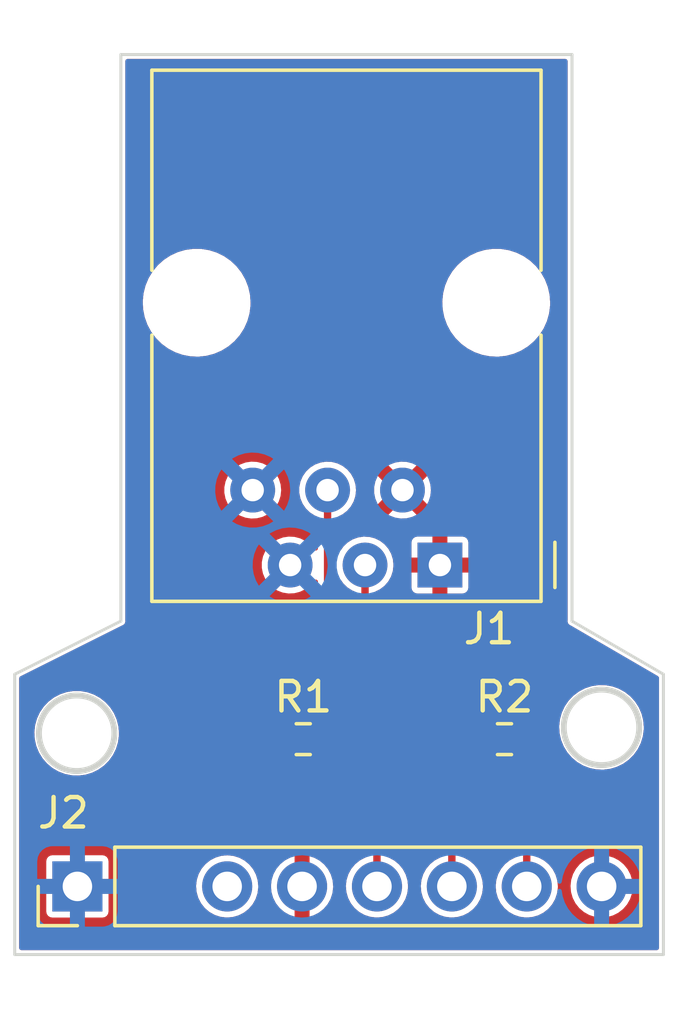
<source format=kicad_pcb>
(kicad_pcb (version 20210424) (generator pcbnew)
  (layers (0 "F.Cu" signal) (31 "B.Cu" signal) (34 "B.Paste" user) (35 "F.Paste" user) (36 "B.SilkS" user "B.Silkscreen") (37 "F.SilkS" user "F.Silkscreen") (38 "B.Mask" user) (39 "F.Mask" user) (44 "Edge.Cuts" user))
  (net 0 "")
  (net 1 "GND")
  (net 2 "/KEYB_TX")
  (net 3 "/KEYB_RX")
  (net 4 "VCC")
  (net 5 "/~BD0SEL")
  (net 6 "/~RESET")
  (footprint "Resistor_SMD:R_0603_1608Metric" (layer "F.Cu") (at 148.86 96.45)
    (fp_text reference "R2" (at 0 -1.43) (layer "F.SilkS"))
    (fp_text value "10k")
    (fp_line (start -0.237258 0.5225) (end 0.237258 0.5225) (layer "F.SilkS") (width 0.12))
    (fp_line (start -0.237258 -0.5225) (end 0.237258 -0.5225) (layer "F.SilkS") (width 0.12))
    (pad "1" smd roundrect locked (at -0.825 0) (size 0.8 0.95) (layers "F.Cu" "F.Paste" "F.Mask") (net 4 "VCC"))
    (pad "2" smd roundrect locked (at 0.825 0) (size 0.8 0.95) (layers "F.Cu" "F.Paste" "F.Mask") (net 6 "/~RESET"))
  )
  (footprint "Resistor_SMD:R_0603_1608Metric" (layer "F.Cu") (at 142.035 96.45 180)
    (fp_text reference "R1" (at 0 1.43) (layer "F.SilkS"))
    (fp_text value "10k")
    (fp_line (start -0.237258 0.5225) (end 0.237258 0.5225) (layer "F.SilkS") (width 0.12))
    (fp_line (start -0.237258 -0.5225) (end 0.237258 -0.5225) (layer "F.SilkS") (width 0.12))
    (pad "1" smd roundrect locked (at -0.825 0 180) (size 0.8 0.95) (layers "F.Cu" "F.Paste" "F.Mask") (net 2 "/KEYB_TX"))
    (pad "2" smd roundrect locked (at 0.825 0 180) (size 0.8 0.95) (layers "F.Cu" "F.Paste" "F.Mask") (net 4 "VCC"))
  )
  (footprint "Connector_RJ:RJ12_Amphenol_54601" (layer "F.Cu") (at 146.67 90.55 180)
    (fp_text reference "J1" (at -1.67 -2.16) (layer "F.SilkS"))
    (fp_text value "6P6C")
    (fp_line (start 9.77 16.77) (end -3.43 16.77) (layer "F.SilkS") (width 0.12))
    (fp_line (start 9.77 16.76) (end 9.77 16.77) (layer "F.SilkS") (width 0.1))
    (fp_line (start -3.43 7.79) (end -3.43 -1.23) (layer "F.SilkS") (width 0.12))
    (fp_line (start -3.43 7.72) (end -3.43 7.79) (layer "F.SilkS") (width 0.1))
    (fp_line (start 9.77 -1.23) (end 9.77 7.79) (layer "F.SilkS") (width 0.12))
    (fp_line (start 9.77 16.65) (end 9.77 16.77) (layer "F.SilkS") (width 0.1))
    (fp_line (start -3.43 -1.23) (end 9.77 -1.23) (layer "F.SilkS") (width 0.12))
    (fp_line (start -3.9 0.77) (end -3.9 -0.76) (layer "F.SilkS") (width 0.12))
    (fp_line (start 9.77 16.77) (end 9.77 9.99) (layer "F.SilkS") (width 0.12))
    (fp_line (start -3.43 16.77) (end -3.43 9.99) (layer "F.SilkS") (width 0.12))
    (pad "" np_thru_hole circle locked (at 8.25 8.89 180) (size 3.25 3.25) (drill 3.25) (layers *.Cu *.Mask))
    (pad "" np_thru_hole circle locked (at -1.91 8.89 180) (size 3.25 3.25) (drill 3.25) (layers *.Cu *.Mask))
    (pad "1" thru_hole rect locked (at 0 0 180) (size 1.52 1.52) (drill 0.76) (layers *.Cu *.Mask) (net 4 "VCC"))
    (pad "2" thru_hole circle locked (at 1.27 2.54 180) (size 1.52 1.52) (drill 0.76) (layers *.Cu *.Mask) (net 4 "VCC"))
    (pad "3" thru_hole circle locked (at 2.54 0 180) (size 1.52 1.52) (drill 0.76) (layers *.Cu *.Mask) (net 3 "/KEYB_RX"))
    (pad "4" thru_hole circle locked (at 3.81 2.54 180) (size 1.52 1.52) (drill 0.76) (layers *.Cu *.Mask) (net 2 "/KEYB_TX"))
    (pad "5" thru_hole circle locked (at 5.08 0 180) (size 1.52 1.52) (drill 0.76) (layers *.Cu *.Mask) (net 1 "GND"))
    (pad "6" thru_hole circle locked (at 6.35 2.54 180) (size 1.52 1.52) (drill 0.76) (layers *.Cu *.Mask) (net 1 "GND"))
  )
  (footprint "Connector_PinHeader_2.54mm:PinHeader_1x08_P2.54mm_Vertical" (layer "F.Cu") (at 134.375 101.44 90)
    (fp_text reference "J2" (at 2.485 -0.475) (layer "F.SilkS"))
    (fp_text value "Conn_01x08")
    (fp_line (start -1.33 -1.33) (end 0 -1.33) (layer "F.SilkS") (width 0.12))
    (fp_line (start -1.33 0) (end -1.33 -1.33) (layer "F.SilkS") (width 0.12))
    (fp_line (start -1.33 19.11) (end 1.33 19.11) (layer "F.SilkS") (width 0.12))
    (fp_line (start -1.33 1.27) (end 1.33 1.27) (layer "F.SilkS") (width 0.12))
    (fp_line (start 1.33 1.27) (end 1.33 19.11) (layer "F.SilkS") (width 0.12))
    (fp_line (start -1.33 1.27) (end -1.33 19.11) (layer "F.SilkS") (width 0.12))
    (pad "1" thru_hole rect locked (at 0 0 90) (size 1.7 1.7) (drill 1) (layers *.Cu *.Mask) (net 1 "GND"))
    (pad "3" thru_hole oval locked (at 0 5.08 90) (size 1.7 1.7) (drill 1) (layers *.Cu *.Mask) (net 5 "/~BD0SEL"))
    (pad "4" thru_hole oval locked (at 0 7.62 90) (size 1.7 1.7) (drill 1) (layers *.Cu *.Mask) (net 4 "VCC"))
    (pad "5" thru_hole oval locked (at 0 10.16 90) (size 1.7 1.7) (drill 1) (layers *.Cu *.Mask) (net 2 "/KEYB_TX"))
    (pad "6" thru_hole oval locked (at 0 12.7 90) (size 1.7 1.7) (drill 1) (layers *.Cu *.Mask) (net 3 "/KEYB_RX"))
    (pad "7" thru_hole oval locked (at 0 15.24 90) (size 1.7 1.7) (drill 1) (layers *.Cu *.Mask) (net 6 "/~RESET"))
    (pad "8" thru_hole oval locked (at 0 17.78 90) (size 1.7 1.7) (drill 1) (layers *.Cu *.Mask) (net 1 "GND"))
  )
  (gr_line (start 154.25 94.25) (end 154.25 103.75) (layer "Edge.Cuts") (width 0.1))
  (gr_line (start 132.25 103.75) (end 132.25 94.25) (layer "Edge.Cuts") (width 0.1))
  (gr_line (start 151.15 92.45) (end 154.25 94.25) (layer "Edge.Cuts") (width 0.1))
  (gr_circle (center 152.15 96.05) (end 152.15 94.769375) (layer "Edge.Cuts") (width 0.2) (fill none))
  (gr_line (start 135.85 73.25) (end 151.15 73.25) (layer "Edge.Cuts") (width 0.1))
  (gr_circle (center 134.35 96.25) (end 134.35 94.969375) (layer "Edge.Cuts") (width 0.2) (fill none))
  (gr_line (start 151.15 73.25) (end 151.15 92.45) (layer "Edge.Cuts") (width 0.1))
  (gr_line (start 135.85 92.45) (end 132.25 94.25) (layer "Edge.Cuts") (width 0.1))
  (gr_line (start 154.25 103.75) (end 132.25 103.75) (layer "Edge.Cuts") (width 0.1))
  (gr_line (start 135.85 92.45) (end 135.85 73.25) (layer "Edge.Cuts") (width 0.1))
  (segment (start 142.524923 88.01) (end 142.86 88.01) (width 0.25) (layer "F.Cu") (net 2))
  (segment (start 142.86 97.81) (end 142.86 96.45) (width 0.25) (layer "F.Cu") (net 2))
  (segment (start 144.535 99.485) (end 142.86 97.81) (width 0.25) (layer "F.Cu") (net 2))
  (segment (start 142.86 88.01) (end 142.86 96.45) (width 0.25) (layer "F.Cu") (net 2))
  (segment (start 144.535 101.44) (end 144.535 99.485) (width 0.25) (layer "F.Cu") (net 2))
  (segment (start 147.075 97.575) (end 147.075 101.44) (width 0.25) (layer "F.Cu") (net 3))
  (segment (start 144.13 90.55) (end 144.13 94.63) (width 0.25) (layer "F.Cu") (net 3))
  (segment (start 144.13 94.63) (end 147.075 97.575) (width 0.25) (layer "F.Cu") (net 3))
  (segment (start 149.615 101.44) (end 149.615 96.52) (width 0.25) (layer "F.Cu") (net 6))
  (segment (start 149.55 101.23) (end 149.76 101.44) (width 0.25) (layer "F.Cu") (net 6))
  (segment (start 149.615 96.52) (end 149.685 96.45) (width 0.25) (layer "F.Cu") (net 6))
  (segment (start 149.55 101.375) (end 149.615 101.44) (width 0.25) (layer "F.Cu") (net 6))
  (zone (net 1) (net_name "GND") (layers F&B.Cu) (connect_pads (clearance 0.15)) (min_thickness 0.15) (fill yes (thermal_gap 0.508) (thermal_bridge_width 0.508))
    (polygon (pts (xy 154.75 72.75) (xy 154.75 104.75) (xy 131.75 104.75) (xy 131.75 72.75)))
  )
  (zone (net 4) (net_name "VCC") (layer "F.Cu") (connect_pads (clearance 0.15)) (min_thickness 0.15) (fill yes (thermal_gap 0.508) (thermal_bridge_width 0.508))
    (polygon (pts (xy 154.75 72.75) (xy 154.75 104.75) (xy 131.75 104.75) (xy 131.75 72.75)))
  )
)
</source>
